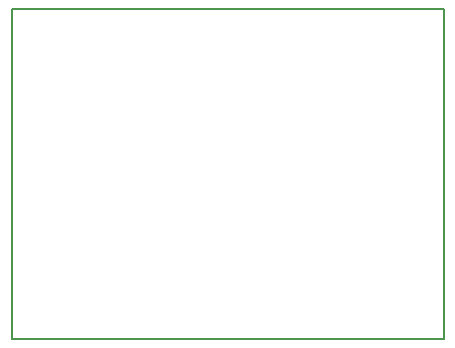
<source format=gbr>
G04 #@! TF.FileFunction,Profile,NP*
%FSLAX46Y46*%
G04 Gerber Fmt 4.6, Leading zero omitted, Abs format (unit mm)*
G04 Created by KiCad (PCBNEW 4.0.2-stable) date Sunday, 27 May 2018 'pmt' 21:04:44*
%MOMM*%
G01*
G04 APERTURE LIST*
%ADD10C,0.100000*%
%ADD11C,0.150000*%
G04 APERTURE END LIST*
D10*
D11*
X187452000Y-119888000D02*
X187452000Y-91948000D01*
X150876000Y-91948000D02*
X150876000Y-119888000D01*
X187452000Y-91948000D02*
X150876000Y-91948000D01*
X150876000Y-119888000D02*
X187452000Y-119888000D01*
M02*

</source>
